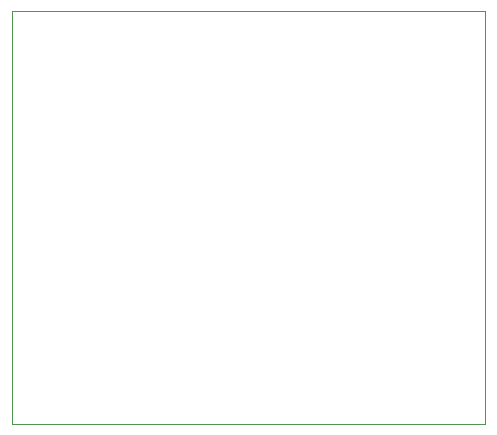
<source format=gbr>
%TF.GenerationSoftware,KiCad,Pcbnew,7.0.2*%
%TF.CreationDate,2023-11-10T23:30:57+01:00*%
%TF.ProjectId,PoweredUSB-Adapter,506f7765-7265-4645-9553-422d41646170,rev?*%
%TF.SameCoordinates,Original*%
%TF.FileFunction,Profile,NP*%
%FSLAX46Y46*%
G04 Gerber Fmt 4.6, Leading zero omitted, Abs format (unit mm)*
G04 Created by KiCad (PCBNEW 7.0.2) date 2023-11-10 23:30:57*
%MOMM*%
%LPD*%
G01*
G04 APERTURE LIST*
%TA.AperFunction,Profile*%
%ADD10C,0.100000*%
%TD*%
G04 APERTURE END LIST*
D10*
X100000000Y-60000000D02*
X100000000Y-95000000D01*
X100000000Y-95000000D02*
X140000000Y-95000000D01*
X140000000Y-95000000D02*
X140000000Y-60000000D01*
X140000000Y-60000000D02*
X100000000Y-60000000D01*
M02*

</source>
